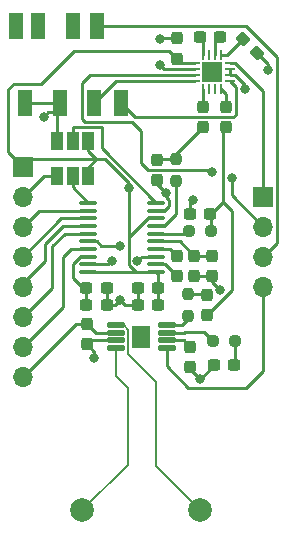
<source format=gtl>
%TF.GenerationSoftware,KiCad,Pcbnew,7.0.5*%
%TF.CreationDate,2025-04-30T23:03:42+08:00*%
%TF.ProjectId,audio-test-board,61756469-6f2d-4746-9573-742d626f6172,rev?*%
%TF.SameCoordinates,Original*%
%TF.FileFunction,Copper,L1,Top*%
%TF.FilePolarity,Positive*%
%FSLAX46Y46*%
G04 Gerber Fmt 4.6, Leading zero omitted, Abs format (unit mm)*
G04 Created by KiCad (PCBNEW 7.0.5) date 2025-04-30 23:03:42*
%MOMM*%
%LPD*%
G01*
G04 APERTURE LIST*
G04 Aperture macros list*
%AMRoundRect*
0 Rectangle with rounded corners*
0 $1 Rounding radius*
0 $2 $3 $4 $5 $6 $7 $8 $9 X,Y pos of 4 corners*
0 Add a 4 corners polygon primitive as box body*
4,1,4,$2,$3,$4,$5,$6,$7,$8,$9,$2,$3,0*
0 Add four circle primitives for the rounded corners*
1,1,$1+$1,$2,$3*
1,1,$1+$1,$4,$5*
1,1,$1+$1,$6,$7*
1,1,$1+$1,$8,$9*
0 Add four rect primitives between the rounded corners*
20,1,$1+$1,$2,$3,$4,$5,0*
20,1,$1+$1,$4,$5,$6,$7,0*
20,1,$1+$1,$6,$7,$8,$9,0*
20,1,$1+$1,$8,$9,$2,$3,0*%
G04 Aperture macros list end*
%TA.AperFunction,SMDPad,CuDef*%
%ADD10R,1.570000X1.890000*%
%TD*%
%TA.AperFunction,SMDPad,CuDef*%
%ADD11RoundRect,0.125000X0.600000X0.125000X-0.600000X0.125000X-0.600000X-0.125000X0.600000X-0.125000X0*%
%TD*%
%TA.AperFunction,SMDPad,CuDef*%
%ADD12RoundRect,0.237500X-0.237500X0.300000X-0.237500X-0.300000X0.237500X-0.300000X0.237500X0.300000X0*%
%TD*%
%TA.AperFunction,SMDPad,CuDef*%
%ADD13R,1.000000X1.500000*%
%TD*%
%TA.AperFunction,SMDPad,CuDef*%
%ADD14RoundRect,0.237500X0.237500X-0.300000X0.237500X0.300000X-0.237500X0.300000X-0.237500X-0.300000X0*%
%TD*%
%TA.AperFunction,SMDPad,CuDef*%
%ADD15RoundRect,0.237500X-0.250000X-0.237500X0.250000X-0.237500X0.250000X0.237500X-0.250000X0.237500X0*%
%TD*%
%TA.AperFunction,SMDPad,CuDef*%
%ADD16RoundRect,0.237500X-0.300000X-0.237500X0.300000X-0.237500X0.300000X0.237500X-0.300000X0.237500X0*%
%TD*%
%TA.AperFunction,SMDPad,CuDef*%
%ADD17RoundRect,0.237500X0.250000X0.237500X-0.250000X0.237500X-0.250000X-0.237500X0.250000X-0.237500X0*%
%TD*%
%TA.AperFunction,SMDPad,CuDef*%
%ADD18R,1.200000X2.300000*%
%TD*%
%TA.AperFunction,SMDPad,CuDef*%
%ADD19RoundRect,0.237500X0.300000X0.237500X-0.300000X0.237500X-0.300000X-0.237500X0.300000X-0.237500X0*%
%TD*%
%TA.AperFunction,SMDPad,CuDef*%
%ADD20RoundRect,0.237500X-0.237500X0.250000X-0.237500X-0.250000X0.237500X-0.250000X0.237500X0.250000X0*%
%TD*%
%TA.AperFunction,SMDPad,CuDef*%
%ADD21RoundRect,0.237500X-0.380070X0.044194X0.044194X-0.380070X0.380070X-0.044194X-0.044194X0.380070X0*%
%TD*%
%TA.AperFunction,SMDPad,CuDef*%
%ADD22RoundRect,0.062500X0.350000X0.062500X-0.350000X0.062500X-0.350000X-0.062500X0.350000X-0.062500X0*%
%TD*%
%TA.AperFunction,SMDPad,CuDef*%
%ADD23RoundRect,0.062500X0.062500X0.350000X-0.062500X0.350000X-0.062500X-0.350000X0.062500X-0.350000X0*%
%TD*%
%TA.AperFunction,SMDPad,CuDef*%
%ADD24R,1.680000X1.680000*%
%TD*%
%TA.AperFunction,SMDPad,CuDef*%
%ADD25RoundRect,0.100000X0.637500X0.100000X-0.637500X0.100000X-0.637500X-0.100000X0.637500X-0.100000X0*%
%TD*%
%TA.AperFunction,ComponentPad*%
%ADD26C,2.000000*%
%TD*%
%TA.AperFunction,ComponentPad*%
%ADD27R,1.700000X1.700000*%
%TD*%
%TA.AperFunction,ComponentPad*%
%ADD28O,1.700000X1.700000*%
%TD*%
%TA.AperFunction,ViaPad*%
%ADD29C,0.800000*%
%TD*%
%TA.AperFunction,Conductor*%
%ADD30C,0.200000*%
%TD*%
%TA.AperFunction,Conductor*%
%ADD31C,0.250000*%
%TD*%
G04 APERTURE END LIST*
D10*
%TO.P,U3,9*%
%TO.N,N/C*%
X171436800Y-124483600D03*
D11*
%TO.P,U3,8,VO-*%
%TO.N,/SPK_OUT-*%
X169286800Y-125458600D03*
%TO.P,U3,7,GND*%
%TO.N,GND*%
X169286800Y-124808600D03*
%TO.P,U3,6,VDD*%
%TO.N,+5V*%
X169286800Y-124158600D03*
%TO.P,U3,5,VO+*%
%TO.N,/SPK_OUT+*%
X169286800Y-123508600D03*
%TO.P,U3,4,IN-*%
%TO.N,Net-(U3-IN-)*%
X173586800Y-123508600D03*
%TO.P,U3,3,IN+*%
%TO.N,Net-(U3-IN+)*%
X173586800Y-124158600D03*
%TO.P,U3,2,BYPASS*%
%TO.N,Net-(U3-BYPASS)*%
X173586800Y-124808600D03*
%TO.P,U3,1,SHUTDOWN_N*%
%TO.N,/SHUTDOWN_N*%
X173586800Y-125458600D03*
%TD*%
D12*
%TO.P,C3,1*%
%TO.N,Net-(U3-BYPASS)*%
X175586800Y-125321100D03*
%TO.P,C3,2*%
%TO.N,GND*%
X175586800Y-127046100D03*
%TD*%
D13*
%TO.P,JP2,1,A*%
%TO.N,GND*%
X164336800Y-107883600D03*
%TO.P,JP2,2,C*%
%TO.N,Net-(JP2-C)*%
X165636800Y-107883600D03*
%TO.P,JP2,3,B*%
%TO.N,+3V3*%
X166936800Y-107883600D03*
%TD*%
D14*
%TO.P,C6,1*%
%TO.N,/DAC_OUT_R*%
X176636800Y-106746100D03*
%TO.P,C6,2*%
%TO.N,Net-(U2--IN_R)*%
X176636800Y-105021100D03*
%TD*%
D15*
%TO.P,R3,1*%
%TO.N,Net-(U1-OUTL)*%
X175524300Y-115553600D03*
%TO.P,R3,2*%
%TO.N,/DAC_OUT_L*%
X177349300Y-115553600D03*
%TD*%
D16*
%TO.P,C17,1*%
%TO.N,Net-(U1-LDOO)*%
X166786800Y-120333600D03*
%TO.P,C17,2*%
%TO.N,GND*%
X168511800Y-120333600D03*
%TD*%
D17*
%TO.P,R2,1*%
%TO.N,Net-(C1-Pad1)*%
X179349300Y-124883600D03*
%TO.P,R2,2*%
%TO.N,Net-(U3-IN+)*%
X177524300Y-124883600D03*
%TD*%
D18*
%TO.P,J2,R1*%
%TO.N,/PHONE_OUT_R*%
X167436800Y-104697600D03*
%TO.P,J2,R1N*%
%TO.N,unconnected-(J2-PadR1N)*%
X165636800Y-98197600D03*
%TO.P,J2,R2*%
%TO.N,GND*%
X164536800Y-104697600D03*
%TO.P,J2,R2N*%
%TO.N,N/C*%
X162736800Y-98197600D03*
%TO.P,J2,S*%
%TO.N,GND*%
X161636800Y-104697600D03*
%TO.P,J2,SN*%
%TO.N,N/C*%
X160836800Y-98197600D03*
%TO.P,J2,T*%
%TO.N,/PHONE_OUT_L*%
X169736800Y-104697600D03*
%TO.P,J2,TN*%
%TO.N,/PHONE_TIP*%
X167736800Y-98197600D03*
%TD*%
D12*
%TO.P,C4,1*%
%TO.N,+5V*%
X166836800Y-123421100D03*
%TO.P,C4,2*%
%TO.N,GND*%
X166836800Y-125146100D03*
%TD*%
%TO.P,C18,1*%
%TO.N,Net-(U1-VNEG)*%
X175936800Y-117621100D03*
%TO.P,C18,2*%
%TO.N,GND*%
X175936800Y-119346100D03*
%TD*%
%TO.P,C13,1*%
%TO.N,/DAC_OUT_R*%
X172796799Y-109529974D03*
%TO.P,C13,2*%
%TO.N,GND*%
X172796799Y-111254974D03*
%TD*%
D19*
%TO.P,C1,1*%
%TO.N,Net-(C1-Pad1)*%
X179299300Y-126883600D03*
%TO.P,C1,2*%
%TO.N,GND*%
X177574300Y-126883600D03*
%TD*%
D20*
%TO.P,R1,1*%
%TO.N,Net-(C2-Pad2)*%
X175436800Y-120883600D03*
%TO.P,R1,2*%
%TO.N,Net-(U3-IN-)*%
X175436800Y-122708600D03*
%TD*%
D16*
%TO.P,C15,1*%
%TO.N,Net-(U1-LDOO)*%
X166786800Y-121833600D03*
%TO.P,C15,2*%
%TO.N,GND*%
X168511800Y-121833600D03*
%TD*%
D14*
%TO.P,C14,1*%
%TO.N,Net-(U1-CAPP)*%
X174436800Y-119346100D03*
%TO.P,C14,2*%
%TO.N,Net-(U1-CAPM)*%
X174436800Y-117621100D03*
%TD*%
D19*
%TO.P,C12,1*%
%TO.N,/DAC_OUT_L*%
X177299300Y-114093600D03*
%TO.P,C12,2*%
%TO.N,GND*%
X175574300Y-114093600D03*
%TD*%
%TO.P,C8,1*%
%TO.N,Net-(U2-CN)*%
X178119300Y-99083600D03*
%TO.P,C8,2*%
%TO.N,Net-(U2-CP)*%
X176394300Y-99083600D03*
%TD*%
D21*
%TO.P,C7,1*%
%TO.N,Net-(U2-VSS)*%
X180067040Y-99263840D03*
%TO.P,C7,2*%
%TO.N,GND*%
X181286800Y-100483600D03*
%TD*%
D19*
%TO.P,C11,1*%
%TO.N,+3V3*%
X172882732Y-120333600D03*
%TO.P,C11,2*%
%TO.N,GND*%
X171157732Y-120333600D03*
%TD*%
D12*
%TO.P,C16,1*%
%TO.N,Net-(U1-VNEG)*%
X177436800Y-117621100D03*
%TO.P,C16,2*%
%TO.N,GND*%
X177436800Y-119346100D03*
%TD*%
D13*
%TO.P,JP3,1,A*%
%TO.N,GND*%
X164336800Y-110883600D03*
%TO.P,JP3,2,C*%
%TO.N,Net-(JP3-C)*%
X165636800Y-110883600D03*
%TO.P,JP3,3,B*%
%TO.N,+3V3*%
X166936800Y-110883600D03*
%TD*%
D20*
%TO.P,R4,1*%
%TO.N,/DAC_OUT_R*%
X174396799Y-109479974D03*
%TO.P,R4,2*%
%TO.N,Net-(U1-OUTR)*%
X174396799Y-111304974D03*
%TD*%
D22*
%TO.P,U2,1,OUT_L*%
%TO.N,/PHONE_OUT_L*%
X178919300Y-102833600D03*
%TO.P,U2,2,GND*%
%TO.N,GND*%
X178919300Y-102333600D03*
%TO.P,U2,3,GND*%
X178919300Y-101833600D03*
%TO.P,U2,4,MUTE_N*%
%TO.N,/MUTE_N*%
X178919300Y-101333600D03*
D23*
%TO.P,U2,5,VSS*%
%TO.N,Net-(U2-VSS)*%
X178206800Y-100621100D03*
%TO.P,U2,6,CN*%
%TO.N,Net-(U2-CN)*%
X177706800Y-100621100D03*
%TO.P,U2,7*%
%TO.N,N/C*%
X177206800Y-100621100D03*
%TO.P,U2,8,CP*%
%TO.N,Net-(U2-CP)*%
X176706800Y-100621100D03*
D22*
%TO.P,U2,9,VDD*%
%TO.N,+3V3*%
X175994300Y-101333600D03*
%TO.P,U2,10,GND*%
%TO.N,GND*%
X175994300Y-101833600D03*
%TO.P,U2,11,GAIN*%
%TO.N,/PHONE_GAIN*%
X175994300Y-102333600D03*
%TO.P,U2,12,OUT_R*%
%TO.N,/PHONE_OUT_R*%
X175994300Y-102833600D03*
D23*
%TO.P,U2,13,-IN_R*%
%TO.N,Net-(U2--IN_R)*%
X176706800Y-103546100D03*
%TO.P,U2,14*%
%TO.N,N/C*%
X177206800Y-103546100D03*
%TO.P,U2,15*%
X177706800Y-103546100D03*
%TO.P,U2,16,-IN_L*%
%TO.N,Net-(U2--IN_L)*%
X178206800Y-103546100D03*
D24*
%TO.P,U2,17*%
%TO.N,N/C*%
X177456800Y-102083600D03*
%TD*%
D19*
%TO.P,C10,1*%
%TO.N,+3V3*%
X172882732Y-121833600D03*
%TO.P,C10,2*%
%TO.N,GND*%
X171157732Y-121833600D03*
%TD*%
D25*
%TO.P,U1,1,CPVDD*%
%TO.N,+3V3*%
X172699300Y-119008600D03*
%TO.P,U1,2,CAPP*%
%TO.N,Net-(U1-CAPP)*%
X172699300Y-118358600D03*
%TO.P,U1,3,CPGND*%
%TO.N,GND*%
X172699300Y-117708600D03*
%TO.P,U1,4,CAPM*%
%TO.N,Net-(U1-CAPM)*%
X172699300Y-117058600D03*
%TO.P,U1,5,VNEG*%
%TO.N,Net-(U1-VNEG)*%
X172699300Y-116408600D03*
%TO.P,U1,6,OUTL*%
%TO.N,Net-(U1-OUTL)*%
X172699300Y-115758600D03*
%TO.P,U1,7,OUTR*%
%TO.N,Net-(U1-OUTR)*%
X172699300Y-115108600D03*
%TO.P,U1,8,AVDD*%
%TO.N,+3V3*%
X172699300Y-114458600D03*
%TO.P,U1,9,AGND*%
%TO.N,GND*%
X172699300Y-113808600D03*
%TO.P,U1,10,DEMP*%
%TO.N,Net-(JP2-C)*%
X172699300Y-113158600D03*
%TO.P,U1,11,FLT*%
%TO.N,Net-(JP3-C)*%
X166974300Y-113158600D03*
%TO.P,U1,12,SCK*%
%TO.N,/SCK*%
X166974300Y-113808600D03*
%TO.P,U1,13,BCK*%
%TO.N,/BCK*%
X166974300Y-114458600D03*
%TO.P,U1,14,DIN*%
%TO.N,/DIN*%
X166974300Y-115108600D03*
%TO.P,U1,15,LRCK*%
%TO.N,/LRCK*%
X166974300Y-115758600D03*
%TO.P,U1,16,FMT*%
%TO.N,Net-(JP1-C)*%
X166974300Y-116408600D03*
%TO.P,U1,17,XSMT*%
%TO.N,/XSMT*%
X166974300Y-117058600D03*
%TO.P,U1,18,LDOO*%
%TO.N,Net-(U1-LDOO)*%
X166974300Y-117708600D03*
%TO.P,U1,19,DGND*%
%TO.N,GND*%
X166974300Y-118358600D03*
%TO.P,U1,20,DVDD*%
%TO.N,+3V3*%
X166974300Y-119008600D03*
%TD*%
D14*
%TO.P,C2,1*%
%TO.N,/DAC_OUT_L*%
X177036800Y-122658600D03*
%TO.P,C2,2*%
%TO.N,Net-(C2-Pad2)*%
X177036800Y-120933600D03*
%TD*%
D26*
%TO.P,LS1,1,1*%
%TO.N,/SPK_OUT+*%
X176436800Y-139197600D03*
%TO.P,LS1,2,2*%
%TO.N,/SPK_OUT-*%
X166436800Y-139197600D03*
%TD*%
D14*
%TO.P,C9,1*%
%TO.N,+3V3*%
X174436800Y-100946100D03*
%TO.P,C9,2*%
%TO.N,GND*%
X174436800Y-99221100D03*
%TD*%
%TO.P,C5,1*%
%TO.N,/DAC_OUT_L*%
X178636800Y-106746100D03*
%TO.P,C5,2*%
%TO.N,Net-(U2--IN_L)*%
X178636800Y-105021100D03*
%TD*%
D27*
%TO.P,J3,1,Pin_1*%
%TO.N,/MUTE_N*%
X181756800Y-112623600D03*
D28*
%TO.P,J3,2,Pin_2*%
%TO.N,/PHONE_GAIN*%
X181756800Y-115163600D03*
%TO.P,J3,3,Pin_3*%
%TO.N,/PHONE_TIP*%
X181756800Y-117703600D03*
%TO.P,J3,4,Pin_4*%
%TO.N,/SHUTDOWN_N*%
X181756800Y-120243600D03*
%TD*%
D27*
%TO.P,J1,1,Pin_1*%
%TO.N,+3V3*%
X161436800Y-110083600D03*
D28*
%TO.P,J1,2,Pin_2*%
%TO.N,GND*%
X161436800Y-112623600D03*
%TO.P,J1,3,Pin_3*%
%TO.N,/SCK*%
X161436800Y-115163600D03*
%TO.P,J1,4,Pin_4*%
%TO.N,/BCK*%
X161436800Y-117703600D03*
%TO.P,J1,5,Pin_5*%
%TO.N,/DIN*%
X161436800Y-120243600D03*
%TO.P,J1,6,Pin_6*%
%TO.N,/LRCK*%
X161436800Y-122783600D03*
%TO.P,J1,7,Pin_7*%
%TO.N,/XSMT*%
X161436800Y-125323600D03*
%TO.P,J1,8,Pin_8*%
%TO.N,+5V*%
X161436800Y-127863600D03*
%TD*%
D29*
%TO.N,+3V3*%
X170385259Y-111883600D03*
%TO.N,GND*%
X175836800Y-112883600D03*
X163186800Y-105883600D03*
X176436800Y-128083600D03*
X182207300Y-101883600D03*
X171110259Y-118083600D03*
X173036800Y-101483600D03*
X173036800Y-99283600D03*
X178108927Y-120570609D03*
X180236800Y-103483600D03*
X173573745Y-112346655D03*
X168936800Y-118083600D03*
X167436800Y-126283600D03*
X169661800Y-121408600D03*
%TO.N,Net-(JP1-C)*%
X169660759Y-116783600D03*
%TO.N,/PHONE_GAIN*%
X179089880Y-111083600D03*
X177436800Y-110583600D03*
%TD*%
D30*
%TO.N,/SPK_OUT+*%
X170351800Y-123897559D02*
X170351800Y-125924600D01*
X170351800Y-125924600D02*
X172714800Y-128287600D01*
X169962841Y-123508600D02*
X170351800Y-123897559D01*
X172714800Y-128287600D02*
X172714800Y-135475600D01*
X169286800Y-123508600D02*
X169962841Y-123508600D01*
X172714800Y-135475600D02*
X176436800Y-139197600D01*
D31*
%TO.N,Net-(U3-IN-)*%
X174902485Y-123508600D02*
X175436800Y-122974285D01*
X173586800Y-123508600D02*
X174902485Y-123508600D01*
%TO.N,Net-(U3-IN+)*%
X175061800Y-124158600D02*
X175136800Y-124083600D01*
X173586800Y-124158600D02*
X175061800Y-124158600D01*
%TO.N,Net-(U3-BYPASS)*%
X173586800Y-124808600D02*
X175074300Y-124808600D01*
X175074300Y-124808600D02*
X175586800Y-125321100D01*
%TO.N,/SHUTDOWN_N*%
X173586800Y-125458600D02*
X173586800Y-126958600D01*
%TO.N,GND*%
X166836800Y-125146100D02*
X167174300Y-124808600D01*
X167174300Y-124808600D02*
X169286800Y-124808600D01*
%TO.N,+5V*%
X167574300Y-124158600D02*
X169286800Y-124158600D01*
X166836800Y-123421100D02*
X167574300Y-124158600D01*
D30*
%TO.N,/SPK_OUT-*%
X170302800Y-128795600D02*
X169286800Y-127779600D01*
X169286800Y-127779600D02*
X169286800Y-125458600D01*
X170302800Y-135313600D02*
X170302800Y-128795600D01*
X170311800Y-135322600D02*
X170302800Y-135313600D01*
X166436800Y-139197600D02*
X170311800Y-135322600D01*
X169286800Y-125458600D02*
X169768800Y-125458600D01*
D31*
%TO.N,+3V3*%
X166936800Y-108783600D02*
X167636800Y-109483600D01*
X172882732Y-119192032D02*
X172699300Y-119008600D01*
X172882732Y-121833600D02*
X172882732Y-120333600D01*
X166936800Y-110183600D02*
X167636800Y-109483600D01*
X170385259Y-118383905D02*
X171009954Y-119008600D01*
X161436800Y-110083600D02*
X162036800Y-109483600D01*
X172010759Y-114458600D02*
X170385259Y-116084100D01*
X160186800Y-103533600D02*
X160186800Y-108833600D01*
X166936800Y-110883600D02*
X166936800Y-110183600D01*
X173774300Y-100283600D02*
X165736800Y-100283600D01*
X160636800Y-103083600D02*
X160186800Y-103533600D01*
X170436800Y-119008600D02*
X171436800Y-119008600D01*
X171009954Y-119008600D02*
X172699300Y-119008600D01*
X166974300Y-119008600D02*
X170436800Y-119008600D01*
X162036800Y-109483600D02*
X167636800Y-109483600D01*
X166936800Y-107883600D02*
X166936800Y-108783600D01*
X172699300Y-114458600D02*
X172010759Y-114458600D01*
X171436800Y-119008600D02*
X172699300Y-119008600D01*
X170385259Y-111883600D02*
X170385259Y-116084100D01*
X162936800Y-103083600D02*
X160636800Y-103083600D01*
X165736800Y-100283600D02*
X162936800Y-103083600D01*
X160186800Y-108833600D02*
X161436800Y-110083600D01*
X167636800Y-109483600D02*
X168385260Y-109483600D01*
X170385259Y-111483600D02*
X170385259Y-111883600D01*
X174824300Y-101333600D02*
X174436800Y-100946100D01*
X172882732Y-120333600D02*
X172882732Y-119192032D01*
X170385259Y-116084100D02*
X170385259Y-118383905D01*
X175994300Y-101333600D02*
X174824300Y-101333600D01*
X174436800Y-100946100D02*
X173774300Y-100283600D01*
X168385260Y-109483600D02*
X170385259Y-111483600D01*
%TO.N,Net-(U1-CAPP)*%
X173449300Y-118358600D02*
X174436800Y-119346100D01*
X172699300Y-118358600D02*
X173449300Y-118358600D01*
%TO.N,GND*%
X161636800Y-104697600D02*
X164536800Y-104697600D01*
X173099300Y-99221100D02*
X173036800Y-99283600D01*
X169661800Y-121408600D02*
X169236800Y-121833600D01*
X164472800Y-105483600D02*
X164536800Y-105419600D01*
X172796799Y-111569709D02*
X172796799Y-111254974D01*
X175936800Y-119346100D02*
X177399300Y-119346100D01*
X177399300Y-119346100D02*
X177436800Y-119308600D01*
X175574300Y-113146100D02*
X175836800Y-112883600D01*
X179379808Y-102333600D02*
X180236800Y-103190592D01*
X167436800Y-125746100D02*
X166836800Y-125146100D01*
X168511800Y-120333600D02*
X168511800Y-121833600D01*
X173761800Y-112882559D02*
X173761800Y-113434641D01*
X170086800Y-121833600D02*
X171157732Y-121833600D01*
X177436800Y-119898482D02*
X178108927Y-120570609D01*
X173573745Y-112694504D02*
X173761800Y-112882559D01*
X173761800Y-113434641D02*
X173387841Y-113808600D01*
X173573745Y-112346655D02*
X172796799Y-111569709D01*
X173387841Y-113808600D02*
X172699300Y-113808600D01*
X164536800Y-105419600D02*
X164536800Y-104697600D01*
X175561801Y-127208601D02*
X175561801Y-127071099D01*
X177436800Y-119308600D02*
X177436800Y-119898482D01*
X163176800Y-110883600D02*
X164336800Y-110883600D01*
X175994300Y-101833600D02*
X173386800Y-101833600D01*
X161436800Y-112623600D02*
X163176800Y-110883600D01*
X168661800Y-118358600D02*
X168936800Y-118083600D01*
X167436800Y-126283600D02*
X167436800Y-125746100D01*
X178919300Y-101833600D02*
X178919300Y-102333600D01*
X176436800Y-128083600D02*
X175561801Y-127208601D01*
X180236800Y-103190592D02*
X180236800Y-103483600D01*
X182207300Y-101883600D02*
X182207300Y-101404100D01*
X178919300Y-102333600D02*
X179379808Y-102333600D01*
X169661800Y-121408600D02*
X170086800Y-121833600D01*
X182207300Y-101404100D02*
X181286800Y-100483600D01*
X177574300Y-126883600D02*
X177574300Y-126946100D01*
X177574300Y-126946100D02*
X176436800Y-128083600D01*
X169236800Y-121833600D02*
X168511800Y-121833600D01*
X175574300Y-114093600D02*
X175574300Y-113146100D01*
X163586800Y-105483600D02*
X164472800Y-105483600D01*
X171157732Y-120333600D02*
X171157732Y-121833600D01*
X163186800Y-105883600D02*
X163586800Y-105483600D01*
X173573745Y-112346655D02*
X173573745Y-112694504D01*
X166974300Y-118358600D02*
X168661800Y-118358600D01*
X171485259Y-117708600D02*
X171110259Y-118083600D01*
X164336800Y-105619600D02*
X164472800Y-105483600D01*
X174436800Y-99221100D02*
X173099300Y-99221100D01*
X164336800Y-107883600D02*
X164336800Y-105619600D01*
X172699300Y-117708600D02*
X171485259Y-117708600D01*
X175561801Y-127071099D02*
X175586800Y-127046100D01*
X173386800Y-101833600D02*
X173036800Y-101483600D01*
%TO.N,Net-(U1-CAPM)*%
X173874300Y-117058600D02*
X174436800Y-117621100D01*
X172699300Y-117058600D02*
X173874300Y-117058600D01*
%TO.N,Net-(U1-VNEG)*%
X175936800Y-117621100D02*
X177399300Y-117621100D01*
X172699300Y-116408600D02*
X174724300Y-116408600D01*
X174724300Y-116408600D02*
X175936800Y-117621100D01*
X177399300Y-117621100D02*
X177436800Y-117583600D01*
%TO.N,Net-(U1-OUTL)*%
X175319300Y-115758600D02*
X175524300Y-115553600D01*
X172699300Y-115758600D02*
X175319300Y-115758600D01*
%TO.N,Net-(U1-OUTR)*%
X174396799Y-111304974D02*
X174396799Y-114099642D01*
X173387841Y-115108600D02*
X172699300Y-115108600D01*
X174396799Y-114099642D02*
X173387841Y-115108600D01*
%TO.N,Net-(JP2-C)*%
X172699300Y-113146100D02*
X172699300Y-113158600D01*
X165686800Y-106733600D02*
X168086800Y-106733600D01*
X168086800Y-108533600D02*
X172699300Y-113146100D01*
X168086800Y-106733600D02*
X168086800Y-108533600D01*
X165636800Y-106783600D02*
X165686800Y-106733600D01*
X165636800Y-107883600D02*
X165636800Y-106783600D01*
%TO.N,Net-(JP3-C)*%
X165636800Y-110883600D02*
X165636800Y-111821100D01*
X165636800Y-111821100D02*
X166974300Y-113158600D01*
%TO.N,/SCK*%
X162791800Y-113808600D02*
X166974300Y-113808600D01*
X161436800Y-115163600D02*
X162791800Y-113808600D01*
%TO.N,/BCK*%
X161436800Y-117703600D02*
X164681800Y-114458600D01*
X164681800Y-114458600D02*
X166974300Y-114458600D01*
%TO.N,/DIN*%
X163273780Y-116646620D02*
X164811800Y-115108600D01*
X161436800Y-119957559D02*
X163273780Y-118120580D01*
X161436800Y-120243600D02*
X161436800Y-119957559D01*
X163273780Y-118120580D02*
X163273780Y-116646620D01*
X164811800Y-115108600D02*
X166974300Y-115108600D01*
%TO.N,/LRCK*%
X163886800Y-120333600D02*
X163886800Y-116833600D01*
X163886800Y-116833600D02*
X164961800Y-115758600D01*
X161436800Y-122783600D02*
X163886800Y-120333600D01*
X164961800Y-115758600D02*
X166974300Y-115758600D01*
%TO.N,Net-(JP1-C)*%
X168036800Y-116782559D02*
X167662841Y-116408600D01*
X169659718Y-116782559D02*
X168036800Y-116782559D01*
X169660759Y-116783600D02*
X169659718Y-116782559D01*
X167662841Y-116408600D02*
X166974300Y-116408600D01*
%TO.N,/MUTE_N*%
X181756800Y-103710592D02*
X181756800Y-112623600D01*
X179379808Y-101333600D02*
X181756800Y-103710592D01*
X178919300Y-101333600D02*
X179379808Y-101333600D01*
%TO.N,Net-(U1-LDOO)*%
X165636800Y-118357558D02*
X166285759Y-117708600D01*
X166786800Y-120333600D02*
X166486800Y-120333600D01*
X166486800Y-120333600D02*
X165636800Y-119483600D01*
X166786800Y-120333600D02*
X166786800Y-121833600D01*
X166285759Y-117708600D02*
X166974300Y-117708600D01*
X165636800Y-119483600D02*
X165636800Y-118357558D01*
%TO.N,/SHUTDOWN_N*%
X180311800Y-128808600D02*
X181756800Y-127363600D01*
X181756800Y-127363600D02*
X181756800Y-120243600D01*
X173586800Y-126958600D02*
X175436800Y-128808600D01*
X175436800Y-128808600D02*
X180311800Y-128808600D01*
%TO.N,Net-(U3-IN+)*%
X176724300Y-124083600D02*
X177524300Y-124883600D01*
X176724300Y-124083600D02*
X175136800Y-124083600D01*
%TO.N,Net-(U3-IN-)*%
X175436800Y-122974285D02*
X175436800Y-122708600D01*
%TO.N,+5V*%
X165879300Y-123421100D02*
X161436800Y-127863600D01*
X166836800Y-123421100D02*
X165879300Y-123421100D01*
%TO.N,Net-(C1-Pad1)*%
X179349300Y-124883600D02*
X179349300Y-126833600D01*
X179349300Y-126833600D02*
X179299300Y-126883600D01*
%TO.N,/DAC_OUT_L*%
X178365380Y-113083600D02*
X178365380Y-107017520D01*
X179161800Y-113880020D02*
X179161800Y-120543042D01*
X177349300Y-115553600D02*
X177349300Y-114143600D01*
X177355380Y-114093600D02*
X178365380Y-113083600D01*
X177046241Y-122658600D02*
X179165380Y-120539461D01*
X177036800Y-122658600D02*
X177046241Y-122658600D01*
X178365380Y-107017520D02*
X178636800Y-106746100D01*
X178365380Y-113083600D02*
X179161800Y-113880020D01*
%TO.N,Net-(C2-Pad2)*%
X175436800Y-120883600D02*
X176986800Y-120883600D01*
X176986800Y-120883600D02*
X177036800Y-120933600D01*
%TO.N,Net-(U2--IN_L)*%
X178636800Y-103976100D02*
X178206800Y-103546100D01*
X178636800Y-105021100D02*
X178636800Y-103976100D01*
%TO.N,/DAC_OUT_R*%
X174396799Y-108986101D02*
X176636800Y-106746100D01*
X174396799Y-109479974D02*
X172846799Y-109479974D01*
X174396799Y-109479974D02*
X174396799Y-108986101D01*
X172846799Y-109479974D02*
X172796799Y-109529974D01*
%TO.N,Net-(U2--IN_R)*%
X176636800Y-103616100D02*
X176706800Y-103546100D01*
X176636800Y-105021100D02*
X176636800Y-103616100D01*
%TO.N,Net-(U2-VSS)*%
X178709780Y-100621100D02*
X180067040Y-99263840D01*
X178206800Y-100621100D02*
X178709780Y-100621100D01*
%TO.N,Net-(U2-CN)*%
X177706800Y-100621100D02*
X177706800Y-99496100D01*
X177706800Y-99496100D02*
X178119300Y-99083600D01*
%TO.N,Net-(U2-CP)*%
X176706800Y-99396100D02*
X176394300Y-99083600D01*
X176706800Y-100621100D02*
X176706800Y-99396100D01*
%TO.N,/PHONE_OUT_R*%
X175994300Y-102833600D02*
X169300800Y-102833600D01*
X169300800Y-102833600D02*
X167436800Y-104697600D01*
%TO.N,/PHONE_OUT_L*%
X179236800Y-105883600D02*
X170922800Y-105883600D01*
X178919300Y-102833600D02*
X179436800Y-103351100D01*
X170922800Y-105883600D02*
X169736800Y-104697600D01*
X179436800Y-103351100D02*
X179436800Y-105683600D01*
X179436800Y-105683600D02*
X179236800Y-105883600D01*
%TO.N,/PHONE_TIP*%
X182931800Y-100778600D02*
X182931800Y-116528600D01*
X180350800Y-98197600D02*
X182931800Y-100778600D01*
X167736800Y-98197600D02*
X180350800Y-98197600D01*
X182931800Y-116528600D02*
X181756800Y-117703600D01*
%TO.N,/PHONE_GAIN*%
X166436800Y-106033600D02*
X166686800Y-106283600D01*
X171436800Y-107083600D02*
X171436800Y-109792474D01*
X179089880Y-111083600D02*
X179089880Y-112496680D01*
X172036800Y-110392474D02*
X177245674Y-110392474D01*
X175994300Y-102333600D02*
X175955300Y-102372600D01*
X166436800Y-103014600D02*
X166436800Y-106033600D01*
X171436800Y-109792474D02*
X172036800Y-110392474D01*
X179089880Y-112496680D02*
X181756800Y-115163600D01*
X175955300Y-102372600D02*
X167078800Y-102372600D01*
X177245674Y-110392474D02*
X177436800Y-110583600D01*
X167078800Y-102372600D02*
X166436800Y-103014600D01*
X170636800Y-106283600D02*
X171436800Y-107083600D01*
X166686800Y-106283600D02*
X170636800Y-106283600D01*
%TO.N,/XSMT*%
X165461800Y-117058600D02*
X164786800Y-117733600D01*
X164786800Y-117733600D02*
X164786800Y-121973600D01*
X166974300Y-117058600D02*
X165461800Y-117058600D01*
X164786800Y-121973600D02*
X161436800Y-125323600D01*
%TD*%
M02*

</source>
